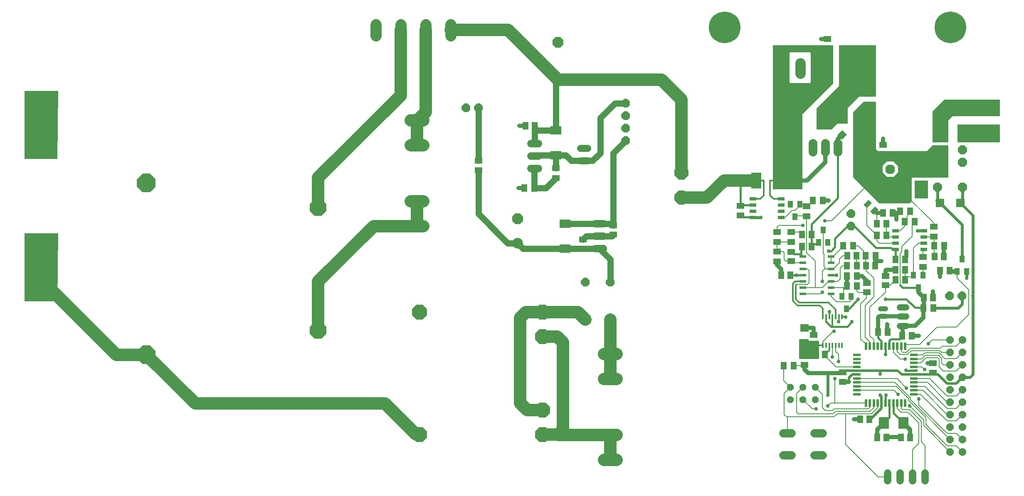
<source format=gbr>
G04 EAGLE Gerber X2 export*
%TF.Part,Single*%
%TF.FileFunction,Copper,L1,Top,Mixed*%
%TF.FilePolarity,Positive*%
%TF.GenerationSoftware,Autodesk,EAGLE,8.6.3*%
%TF.CreationDate,2021-05-18T20:18:47Z*%
G75*
%MOMM*%
%FSLAX34Y34*%
%LPD*%
%AMOC8*
5,1,8,0,0,1.08239X$1,22.5*%
G01*
%ADD10P,2.089446X8X112.500000*%
%ADD11C,1.930400*%
%ADD12R,1.300000X1.500000*%
%ADD13R,1.500000X1.300000*%
%ADD14C,1.000000*%
%ADD15R,1.803000X1.600000*%
%ADD16R,1.000000X1.400000*%
%ADD17R,1.800000X2.200000*%
%ADD18R,2.200000X1.800000*%
%ADD19R,1.422400X0.635000*%
%ADD20C,1.270000*%
%ADD21R,0.304800X0.990600*%
%ADD22P,3.030692X8X202.500000*%
%ADD23R,2.000000X2.400000*%
%ADD24R,1.600000X1.300000*%
%ADD25R,1.300000X1.600000*%
%ADD26C,1.676400*%
%ADD27R,0.500000X1.500000*%
%ADD28R,1.500000X0.500000*%
%ADD29R,1.400000X0.600000*%
%ADD30C,1.524000*%
%ADD31C,1.778000*%
%ADD32C,2.095500*%
%ADD33R,1.300000X1.400000*%
%ADD34R,1.066800X3.352800*%
%ADD35P,1.948302X8X202.500000*%
%ADD36R,1.800000X1.700000*%
%ADD37P,1.924489X8X112.500000*%
%ADD38P,1.924489X8X22.500000*%
%ADD39C,6.451600*%
%ADD40P,1.649562X8X112.500000*%
%ADD41P,1.484606X8X202.500000*%
%ADD42P,3.247170X8X22.500000*%
%ADD43P,1.924489X8X202.500000*%
%ADD44P,4.123906X8X22.500000*%
%ADD45P,3.680126X8X22.500000*%
%ADD46C,2.247900*%
%ADD47C,2.540000*%
%ADD48C,2.184400*%
%ADD49P,2.364373X8X202.500000*%
%ADD50C,1.422400*%
%ADD51C,2.300000*%
%ADD52R,2.000000X3.200000*%
%ADD53C,0.406400*%
%ADD54C,0.756400*%
%ADD55C,0.609600*%
%ADD56C,0.812800*%
%ADD57C,0.304800*%
%ADD58C,0.203200*%
%ADD59C,0.508000*%
%ADD60C,0.127000*%

G36*
X1649470Y620543D02*
X1649470Y620543D01*
X1649529Y620541D01*
X1649610Y620563D01*
X1649694Y620575D01*
X1649747Y620599D01*
X1649804Y620613D01*
X1649876Y620656D01*
X1649953Y620691D01*
X1649998Y620729D01*
X1650048Y620759D01*
X1650106Y620820D01*
X1650170Y620875D01*
X1650203Y620923D01*
X1650243Y620966D01*
X1650281Y621041D01*
X1650328Y621111D01*
X1650346Y621167D01*
X1650372Y621219D01*
X1650384Y621287D01*
X1650414Y621382D01*
X1650416Y621482D01*
X1650428Y621550D01*
X1650428Y773530D01*
X1712043Y835145D01*
X1712095Y835214D01*
X1712155Y835278D01*
X1712181Y835328D01*
X1712214Y835372D01*
X1712245Y835454D01*
X1712285Y835531D01*
X1712293Y835579D01*
X1712315Y835637D01*
X1712327Y835785D01*
X1712340Y835863D01*
X1712340Y913650D01*
X1712332Y913708D01*
X1712334Y913766D01*
X1712312Y913848D01*
X1712300Y913932D01*
X1712277Y913985D01*
X1712262Y914041D01*
X1712219Y914114D01*
X1712184Y914191D01*
X1712146Y914236D01*
X1712117Y914286D01*
X1712055Y914344D01*
X1712001Y914408D01*
X1711952Y914440D01*
X1711909Y914480D01*
X1711834Y914519D01*
X1711764Y914566D01*
X1711708Y914583D01*
X1711656Y914610D01*
X1711588Y914621D01*
X1711493Y914651D01*
X1711393Y914654D01*
X1711325Y914665D01*
X1590900Y914665D01*
X1590842Y914657D01*
X1590784Y914659D01*
X1590702Y914637D01*
X1590619Y914625D01*
X1590565Y914602D01*
X1590509Y914587D01*
X1590436Y914544D01*
X1590359Y914509D01*
X1590314Y914471D01*
X1590264Y914442D01*
X1590206Y914380D01*
X1590142Y914326D01*
X1590110Y914277D01*
X1590070Y914234D01*
X1590031Y914159D01*
X1589985Y914089D01*
X1589967Y914033D01*
X1589940Y913981D01*
X1589929Y913913D01*
X1589899Y913818D01*
X1589896Y913718D01*
X1589885Y913650D01*
X1589885Y621550D01*
X1589893Y621492D01*
X1589891Y621434D01*
X1589913Y621352D01*
X1589925Y621269D01*
X1589949Y621215D01*
X1589963Y621159D01*
X1590006Y621086D01*
X1590041Y621009D01*
X1590079Y620964D01*
X1590109Y620914D01*
X1590170Y620856D01*
X1590225Y620792D01*
X1590273Y620760D01*
X1590316Y620720D01*
X1590391Y620681D01*
X1590461Y620635D01*
X1590517Y620617D01*
X1590569Y620590D01*
X1590637Y620579D01*
X1590732Y620549D01*
X1590832Y620546D01*
X1590900Y620535D01*
X1649413Y620535D01*
X1649470Y620543D01*
G37*
G36*
X1868574Y591972D02*
X1868574Y591972D01*
X1868662Y591975D01*
X1868714Y591992D01*
X1868769Y592000D01*
X1868849Y592035D01*
X1868932Y592062D01*
X1868971Y592090D01*
X1869028Y592116D01*
X1869142Y592212D01*
X1869205Y592257D01*
X1872380Y595432D01*
X1872433Y595502D01*
X1872493Y595566D01*
X1872518Y595615D01*
X1872551Y595659D01*
X1872582Y595741D01*
X1872622Y595819D01*
X1872630Y595867D01*
X1872653Y595925D01*
X1872665Y596073D01*
X1872678Y596150D01*
X1872678Y644347D01*
X1946275Y644347D01*
X1946333Y644355D01*
X1946391Y644354D01*
X1946473Y644375D01*
X1946557Y644387D01*
X1946610Y644411D01*
X1946666Y644426D01*
X1946739Y644469D01*
X1946816Y644503D01*
X1946861Y644541D01*
X1946911Y644571D01*
X1946969Y644633D01*
X1947033Y644687D01*
X1947065Y644736D01*
X1947105Y644778D01*
X1947144Y644853D01*
X1947191Y644924D01*
X1947208Y644979D01*
X1947235Y645031D01*
X1947246Y645099D01*
X1947276Y645195D01*
X1947279Y645294D01*
X1947290Y645363D01*
X1947290Y708863D01*
X1947282Y708920D01*
X1947284Y708979D01*
X1947262Y709060D01*
X1947250Y709144D01*
X1947227Y709197D01*
X1947212Y709254D01*
X1947169Y709326D01*
X1947134Y709403D01*
X1947096Y709448D01*
X1947067Y709498D01*
X1947005Y709556D01*
X1946951Y709620D01*
X1946902Y709653D01*
X1946859Y709693D01*
X1946784Y709731D01*
X1946714Y709778D01*
X1946658Y709796D01*
X1946606Y709822D01*
X1946538Y709834D01*
X1946443Y709864D01*
X1946343Y709866D01*
X1946275Y709878D01*
X1914525Y709878D01*
X1914438Y709866D01*
X1914351Y709863D01*
X1914298Y709846D01*
X1914244Y709838D01*
X1914164Y709802D01*
X1914080Y709775D01*
X1914041Y709747D01*
X1913984Y709722D01*
X1913871Y709626D01*
X1913807Y709580D01*
X1902992Y698765D01*
X1823713Y698765D01*
X1823682Y698761D01*
X1823651Y698763D01*
X1823575Y698746D01*
X1823431Y698725D01*
X1823372Y698699D01*
X1823324Y698688D01*
X1823225Y698647D01*
X1805800Y698647D01*
X1805701Y698688D01*
X1805671Y698696D01*
X1805643Y698710D01*
X1805566Y698723D01*
X1805426Y698759D01*
X1805361Y698757D01*
X1805312Y698765D01*
X1803821Y698765D01*
X1799653Y702933D01*
X1799653Y797763D01*
X1799645Y797820D01*
X1799646Y797879D01*
X1799625Y797960D01*
X1799613Y798044D01*
X1799589Y798097D01*
X1799574Y798154D01*
X1799531Y798226D01*
X1799497Y798303D01*
X1799459Y798348D01*
X1799429Y798398D01*
X1799367Y798456D01*
X1799313Y798520D01*
X1799264Y798553D01*
X1799222Y798593D01*
X1799147Y798631D01*
X1799076Y798678D01*
X1799021Y798696D01*
X1798969Y798722D01*
X1798901Y798734D01*
X1798805Y798764D01*
X1798706Y798766D01*
X1798638Y798778D01*
X1774825Y798778D01*
X1774738Y798766D01*
X1774651Y798763D01*
X1774598Y798746D01*
X1774544Y798738D01*
X1774464Y798702D01*
X1774380Y798675D01*
X1774341Y798647D01*
X1774284Y798622D01*
X1774171Y798526D01*
X1774107Y798480D01*
X1753470Y777843D01*
X1753417Y777773D01*
X1753357Y777709D01*
X1753332Y777660D01*
X1753299Y777616D01*
X1753268Y777534D01*
X1753228Y777456D01*
X1753220Y777409D01*
X1753198Y777350D01*
X1753185Y777202D01*
X1753172Y777125D01*
X1753172Y645363D01*
X1753185Y645276D01*
X1753187Y645188D01*
X1753204Y645136D01*
X1753212Y645081D01*
X1753248Y645001D01*
X1753275Y644918D01*
X1753303Y644879D01*
X1753328Y644822D01*
X1753424Y644708D01*
X1753470Y644645D01*
X1805857Y592257D01*
X1805927Y592205D01*
X1805991Y592145D01*
X1806040Y592119D01*
X1806084Y592086D01*
X1806166Y592055D01*
X1806244Y592015D01*
X1806292Y592007D01*
X1806350Y591985D01*
X1806498Y591973D01*
X1806575Y591960D01*
X1868488Y591960D01*
X1868574Y591972D01*
G37*
G36*
X1709824Y742785D02*
X1709824Y742785D01*
X1709912Y742787D01*
X1709964Y742804D01*
X1710019Y742812D01*
X1710099Y742848D01*
X1710182Y742875D01*
X1710221Y742903D01*
X1710278Y742928D01*
X1710392Y743024D01*
X1710455Y743070D01*
X1721271Y753885D01*
X1741488Y753885D01*
X1741545Y753893D01*
X1741604Y753891D01*
X1741685Y753913D01*
X1741769Y753925D01*
X1741822Y753949D01*
X1741879Y753963D01*
X1741951Y754006D01*
X1742028Y754041D01*
X1742073Y754079D01*
X1742123Y754109D01*
X1742181Y754170D01*
X1742245Y754225D01*
X1742278Y754273D01*
X1742318Y754316D01*
X1742356Y754391D01*
X1742403Y754461D01*
X1742421Y754517D01*
X1742447Y754569D01*
X1742459Y754637D01*
X1742489Y754732D01*
X1742491Y754832D01*
X1742503Y754900D01*
X1742503Y786230D01*
X1765721Y809447D01*
X1798638Y809447D01*
X1798695Y809455D01*
X1798754Y809454D01*
X1798835Y809475D01*
X1798919Y809487D01*
X1798972Y809511D01*
X1799029Y809526D01*
X1799101Y809569D01*
X1799178Y809603D01*
X1799223Y809641D01*
X1799273Y809671D01*
X1799331Y809733D01*
X1799395Y809787D01*
X1799428Y809836D01*
X1799468Y809878D01*
X1799506Y809953D01*
X1799553Y810024D01*
X1799571Y810079D01*
X1799597Y810131D01*
X1799609Y810199D01*
X1799639Y810295D01*
X1799641Y810394D01*
X1799653Y810463D01*
X1799653Y913650D01*
X1799645Y913708D01*
X1799646Y913766D01*
X1799625Y913848D01*
X1799613Y913932D01*
X1799589Y913985D01*
X1799574Y914041D01*
X1799531Y914114D01*
X1799497Y914191D01*
X1799459Y914236D01*
X1799429Y914286D01*
X1799367Y914344D01*
X1799313Y914408D01*
X1799264Y914440D01*
X1799222Y914480D01*
X1799147Y914519D01*
X1799076Y914566D01*
X1799021Y914583D01*
X1798969Y914610D01*
X1798901Y914621D01*
X1798805Y914651D01*
X1798706Y914654D01*
X1798638Y914665D01*
X1725613Y914665D01*
X1725555Y914657D01*
X1725496Y914659D01*
X1725415Y914637D01*
X1725331Y914625D01*
X1725278Y914602D01*
X1725221Y914587D01*
X1725149Y914544D01*
X1725072Y914509D01*
X1725027Y914471D01*
X1724977Y914442D01*
X1724919Y914380D01*
X1724855Y914326D01*
X1724822Y914277D01*
X1724782Y914234D01*
X1724744Y914159D01*
X1724697Y914089D01*
X1724679Y914033D01*
X1724653Y913981D01*
X1724641Y913913D01*
X1724611Y913818D01*
X1724609Y913718D01*
X1724597Y913650D01*
X1724597Y831521D01*
X1678857Y785780D01*
X1678805Y785711D01*
X1678745Y785647D01*
X1678719Y785597D01*
X1678686Y785553D01*
X1678655Y785472D01*
X1678615Y785394D01*
X1678607Y785346D01*
X1678585Y785288D01*
X1678573Y785140D01*
X1678560Y785063D01*
X1678560Y743788D01*
X1678568Y743730D01*
X1678566Y743671D01*
X1678588Y743590D01*
X1678600Y743506D01*
X1678624Y743453D01*
X1678638Y743396D01*
X1678681Y743324D01*
X1678716Y743247D01*
X1678754Y743202D01*
X1678784Y743152D01*
X1678845Y743094D01*
X1678900Y743030D01*
X1678948Y742997D01*
X1678991Y742957D01*
X1679066Y742919D01*
X1679136Y742872D01*
X1679192Y742854D01*
X1679244Y742828D01*
X1679312Y742816D01*
X1679407Y742786D01*
X1679507Y742784D01*
X1679575Y742772D01*
X1709738Y742772D01*
X1709824Y742785D01*
G37*
G36*
X131815Y682455D02*
X131815Y682455D01*
X131867Y682453D01*
X131955Y682474D01*
X132044Y682487D01*
X132092Y682509D01*
X132143Y682521D01*
X132221Y682566D01*
X132303Y682603D01*
X132344Y682637D01*
X132389Y682664D01*
X132452Y682729D01*
X132520Y682787D01*
X132550Y682831D01*
X132586Y682869D01*
X132628Y682948D01*
X132678Y683024D01*
X132694Y683074D01*
X132718Y683120D01*
X132731Y683192D01*
X132764Y683295D01*
X132766Y683386D01*
X132778Y683451D01*
X134365Y819976D01*
X134357Y820040D01*
X134359Y820104D01*
X134339Y820180D01*
X134329Y820258D01*
X134303Y820317D01*
X134287Y820379D01*
X134247Y820446D01*
X134215Y820518D01*
X134174Y820568D01*
X134142Y820623D01*
X134084Y820677D01*
X134034Y820738D01*
X133981Y820774D01*
X133934Y820818D01*
X133864Y820854D01*
X133800Y820898D01*
X133738Y820918D01*
X133681Y820947D01*
X133617Y820958D01*
X133529Y820987D01*
X133421Y820991D01*
X133350Y821003D01*
X66675Y821003D01*
X66617Y820995D01*
X66559Y820996D01*
X66477Y820975D01*
X66394Y820963D01*
X66340Y820939D01*
X66284Y820924D01*
X66211Y820881D01*
X66134Y820847D01*
X66089Y820809D01*
X66039Y820779D01*
X65981Y820717D01*
X65917Y820663D01*
X65885Y820614D01*
X65845Y820572D01*
X65806Y820497D01*
X65760Y820426D01*
X65742Y820371D01*
X65715Y820319D01*
X65704Y820251D01*
X65674Y820155D01*
X65671Y820056D01*
X65660Y819988D01*
X65660Y683463D01*
X65668Y683405D01*
X65666Y683346D01*
X65688Y683265D01*
X65700Y683181D01*
X65724Y683128D01*
X65738Y683071D01*
X65781Y682999D01*
X65816Y682922D01*
X65854Y682877D01*
X65884Y682827D01*
X65945Y682769D01*
X66000Y682705D01*
X66048Y682672D01*
X66091Y682632D01*
X66166Y682594D01*
X66236Y682547D01*
X66292Y682529D01*
X66344Y682503D01*
X66412Y682491D01*
X66507Y682461D01*
X66607Y682459D01*
X66675Y682447D01*
X131763Y682447D01*
X131815Y682455D01*
G37*
G36*
X131815Y391942D02*
X131815Y391942D01*
X131867Y391940D01*
X131955Y391962D01*
X132044Y391975D01*
X132092Y391996D01*
X132143Y392009D01*
X132221Y392054D01*
X132303Y392091D01*
X132344Y392125D01*
X132389Y392151D01*
X132452Y392216D01*
X132520Y392275D01*
X132550Y392318D01*
X132586Y392356D01*
X132628Y392436D01*
X132678Y392511D01*
X132694Y392561D01*
X132718Y392608D01*
X132731Y392679D01*
X132764Y392782D01*
X132766Y392874D01*
X132778Y392938D01*
X134365Y529463D01*
X134357Y529527D01*
X134359Y529591D01*
X134339Y529667D01*
X134329Y529745D01*
X134303Y529804D01*
X134287Y529866D01*
X134247Y529934D01*
X134215Y530006D01*
X134174Y530055D01*
X134142Y530111D01*
X134084Y530165D01*
X134034Y530225D01*
X133981Y530261D01*
X133934Y530305D01*
X133864Y530341D01*
X133800Y530385D01*
X133738Y530405D01*
X133681Y530435D01*
X133617Y530446D01*
X133529Y530474D01*
X133421Y530478D01*
X133350Y530490D01*
X66675Y530490D01*
X66617Y530482D01*
X66559Y530484D01*
X66477Y530462D01*
X66394Y530450D01*
X66340Y530427D01*
X66284Y530412D01*
X66211Y530369D01*
X66134Y530334D01*
X66089Y530296D01*
X66039Y530267D01*
X65981Y530205D01*
X65917Y530151D01*
X65885Y530102D01*
X65845Y530059D01*
X65806Y529984D01*
X65760Y529914D01*
X65742Y529858D01*
X65715Y529806D01*
X65704Y529738D01*
X65674Y529643D01*
X65671Y529543D01*
X65660Y529475D01*
X65660Y392950D01*
X65668Y392892D01*
X65666Y392834D01*
X65688Y392752D01*
X65700Y392669D01*
X65724Y392615D01*
X65738Y392559D01*
X65781Y392486D01*
X65816Y392409D01*
X65854Y392364D01*
X65884Y392314D01*
X65945Y392256D01*
X66000Y392192D01*
X66048Y392160D01*
X66091Y392120D01*
X66166Y392081D01*
X66236Y392035D01*
X66292Y392017D01*
X66344Y391990D01*
X66412Y391979D01*
X66507Y391949D01*
X66607Y391946D01*
X66675Y391935D01*
X131763Y391935D01*
X131815Y391942D01*
G37*
G36*
X1946333Y715793D02*
X1946333Y715793D01*
X1946391Y715791D01*
X1946473Y715813D01*
X1946557Y715825D01*
X1946610Y715849D01*
X1946666Y715863D01*
X1946739Y715906D01*
X1946816Y715941D01*
X1946861Y715979D01*
X1946911Y716009D01*
X1946969Y716070D01*
X1947033Y716125D01*
X1947065Y716173D01*
X1947105Y716216D01*
X1947144Y716291D01*
X1947191Y716361D01*
X1947208Y716417D01*
X1947235Y716469D01*
X1947246Y716537D01*
X1947276Y716632D01*
X1947279Y716732D01*
X1947290Y716800D01*
X1947290Y760830D01*
X1956221Y769760D01*
X2051050Y769760D01*
X2051108Y769768D01*
X2051166Y769766D01*
X2051248Y769788D01*
X2051332Y769800D01*
X2051385Y769824D01*
X2051441Y769838D01*
X2051514Y769881D01*
X2051591Y769916D01*
X2051636Y769954D01*
X2051686Y769984D01*
X2051744Y770045D01*
X2051808Y770100D01*
X2051840Y770148D01*
X2051880Y770191D01*
X2051919Y770266D01*
X2051966Y770336D01*
X2051983Y770392D01*
X2052010Y770444D01*
X2052021Y770512D01*
X2052051Y770607D01*
X2052054Y770707D01*
X2052065Y770775D01*
X2052065Y802525D01*
X2052057Y802583D01*
X2052059Y802641D01*
X2052037Y802723D01*
X2052025Y802807D01*
X2052002Y802860D01*
X2051987Y802916D01*
X2051944Y802989D01*
X2051909Y803066D01*
X2051871Y803111D01*
X2051842Y803161D01*
X2051780Y803219D01*
X2051726Y803283D01*
X2051677Y803315D01*
X2051634Y803355D01*
X2051559Y803394D01*
X2051489Y803441D01*
X2051433Y803458D01*
X2051381Y803485D01*
X2051313Y803496D01*
X2051218Y803526D01*
X2051118Y803529D01*
X2051050Y803540D01*
X1939925Y803540D01*
X1939838Y803528D01*
X1939751Y803525D01*
X1939698Y803508D01*
X1939644Y803500D01*
X1939564Y803465D01*
X1939480Y803438D01*
X1939441Y803410D01*
X1939384Y803384D01*
X1939271Y803288D01*
X1939207Y803243D01*
X1915395Y779430D01*
X1915383Y779415D01*
X1915372Y779406D01*
X1915343Y779362D01*
X1915342Y779361D01*
X1915282Y779297D01*
X1915257Y779247D01*
X1915224Y779203D01*
X1915193Y779122D01*
X1915153Y779044D01*
X1915145Y778996D01*
X1915123Y778938D01*
X1915110Y778790D01*
X1915097Y778713D01*
X1915097Y716800D01*
X1915105Y716742D01*
X1915104Y716684D01*
X1915125Y716602D01*
X1915137Y716519D01*
X1915161Y716465D01*
X1915176Y716409D01*
X1915219Y716336D01*
X1915253Y716259D01*
X1915291Y716214D01*
X1915321Y716164D01*
X1915383Y716106D01*
X1915437Y716042D01*
X1915486Y716010D01*
X1915528Y715970D01*
X1915603Y715931D01*
X1915674Y715885D01*
X1915729Y715867D01*
X1915781Y715840D01*
X1915849Y715829D01*
X1915945Y715799D01*
X1916044Y715796D01*
X1916113Y715785D01*
X1946275Y715785D01*
X1946333Y715793D01*
G37*
G36*
X2051108Y715793D02*
X2051108Y715793D01*
X2051166Y715791D01*
X2051248Y715813D01*
X2051332Y715825D01*
X2051385Y715849D01*
X2051441Y715863D01*
X2051514Y715906D01*
X2051591Y715941D01*
X2051636Y715979D01*
X2051686Y716009D01*
X2051744Y716070D01*
X2051808Y716125D01*
X2051840Y716173D01*
X2051880Y716216D01*
X2051919Y716291D01*
X2051966Y716361D01*
X2051983Y716417D01*
X2052010Y716469D01*
X2052021Y716537D01*
X2052051Y716632D01*
X2052054Y716732D01*
X2052065Y716800D01*
X2052065Y751725D01*
X2052057Y751783D01*
X2052059Y751841D01*
X2052037Y751923D01*
X2052025Y752007D01*
X2052002Y752060D01*
X2051987Y752116D01*
X2051944Y752189D01*
X2051909Y752266D01*
X2051871Y752311D01*
X2051842Y752361D01*
X2051780Y752419D01*
X2051726Y752483D01*
X2051677Y752515D01*
X2051634Y752555D01*
X2051559Y752594D01*
X2051489Y752641D01*
X2051433Y752658D01*
X2051381Y752685D01*
X2051313Y752696D01*
X2051218Y752726D01*
X2051118Y752729D01*
X2051050Y752740D01*
X1966913Y752740D01*
X1966855Y752732D01*
X1966796Y752734D01*
X1966715Y752712D01*
X1966631Y752700D01*
X1966578Y752677D01*
X1966521Y752662D01*
X1966449Y752619D01*
X1966372Y752584D01*
X1966327Y752546D01*
X1966277Y752517D01*
X1966219Y752455D01*
X1966155Y752401D01*
X1966122Y752352D01*
X1966082Y752309D01*
X1966044Y752234D01*
X1965997Y752164D01*
X1965979Y752108D01*
X1965953Y752056D01*
X1965941Y751988D01*
X1965911Y751893D01*
X1965909Y751793D01*
X1965897Y751725D01*
X1965897Y716800D01*
X1965905Y716742D01*
X1965904Y716684D01*
X1965925Y716602D01*
X1965937Y716519D01*
X1965961Y716465D01*
X1965976Y716409D01*
X1966019Y716336D01*
X1966053Y716259D01*
X1966091Y716214D01*
X1966121Y716164D01*
X1966183Y716106D01*
X1966237Y716042D01*
X1966286Y716010D01*
X1966328Y715970D01*
X1966403Y715931D01*
X1966474Y715885D01*
X1966529Y715867D01*
X1966581Y715840D01*
X1966649Y715829D01*
X1966745Y715799D01*
X1966844Y715796D01*
X1966913Y715785D01*
X2051050Y715785D01*
X2051108Y715793D01*
G37*
%LPC*%
G36*
X1625714Y837068D02*
X1625714Y837068D01*
X1623631Y839152D01*
X1623631Y897661D01*
X1625714Y899744D01*
X1665173Y899744D01*
X1667257Y897661D01*
X1667257Y839152D01*
X1665173Y837068D01*
X1625714Y837068D01*
G37*
%LPD*%
G36*
X1682808Y274468D02*
X1682808Y274468D01*
X1682866Y274466D01*
X1682948Y274488D01*
X1683032Y274500D01*
X1683085Y274524D01*
X1683141Y274538D01*
X1683214Y274581D01*
X1683291Y274616D01*
X1683336Y274654D01*
X1683386Y274684D01*
X1683444Y274745D01*
X1683508Y274800D01*
X1683540Y274848D01*
X1683580Y274891D01*
X1683619Y274966D01*
X1683666Y275036D01*
X1683683Y275092D01*
X1683710Y275144D01*
X1683721Y275212D01*
X1683751Y275307D01*
X1683754Y275407D01*
X1683765Y275475D01*
X1683765Y310400D01*
X1683757Y310458D01*
X1683759Y310516D01*
X1683737Y310598D01*
X1683725Y310682D01*
X1683702Y310735D01*
X1683687Y310791D01*
X1683644Y310864D01*
X1683609Y310941D01*
X1683571Y310986D01*
X1683542Y311036D01*
X1683480Y311094D01*
X1683426Y311158D01*
X1683377Y311190D01*
X1683334Y311230D01*
X1683259Y311269D01*
X1683189Y311316D01*
X1683133Y311333D01*
X1683081Y311360D01*
X1683013Y311371D01*
X1682918Y311401D01*
X1682818Y311404D01*
X1682750Y311415D01*
X1663128Y311415D01*
X1663128Y313575D01*
X1663120Y313633D01*
X1663121Y313691D01*
X1663100Y313773D01*
X1663088Y313857D01*
X1663064Y313910D01*
X1663049Y313966D01*
X1663006Y314039D01*
X1662972Y314116D01*
X1662934Y314161D01*
X1662904Y314211D01*
X1662842Y314269D01*
X1662788Y314333D01*
X1662739Y314365D01*
X1662697Y314405D01*
X1662622Y314444D01*
X1662551Y314491D01*
X1662496Y314508D01*
X1662444Y314535D01*
X1662376Y314546D01*
X1662280Y314576D01*
X1662181Y314579D01*
X1662113Y314590D01*
X1644650Y314590D01*
X1644592Y314582D01*
X1644534Y314584D01*
X1644452Y314562D01*
X1644369Y314550D01*
X1644315Y314527D01*
X1644259Y314512D01*
X1644186Y314469D01*
X1644109Y314434D01*
X1644064Y314396D01*
X1644014Y314367D01*
X1643956Y314305D01*
X1643892Y314251D01*
X1643860Y314202D01*
X1643820Y314159D01*
X1643781Y314084D01*
X1643735Y314014D01*
X1643717Y313958D01*
X1643690Y313906D01*
X1643679Y313838D01*
X1643649Y313743D01*
X1643646Y313643D01*
X1643635Y313575D01*
X1643635Y275475D01*
X1643643Y275417D01*
X1643641Y275359D01*
X1643663Y275277D01*
X1643675Y275194D01*
X1643699Y275140D01*
X1643713Y275084D01*
X1643756Y275011D01*
X1643791Y274934D01*
X1643829Y274889D01*
X1643859Y274839D01*
X1643920Y274781D01*
X1643975Y274717D01*
X1644023Y274685D01*
X1644066Y274645D01*
X1644141Y274606D01*
X1644211Y274560D01*
X1644267Y274542D01*
X1644319Y274515D01*
X1644387Y274504D01*
X1644482Y274474D01*
X1644582Y274471D01*
X1644650Y274460D01*
X1682750Y274460D01*
X1682808Y274468D01*
G37*
G36*
X1905058Y601493D02*
X1905058Y601493D01*
X1905116Y601491D01*
X1905198Y601513D01*
X1905282Y601525D01*
X1905335Y601549D01*
X1905391Y601563D01*
X1905464Y601606D01*
X1905541Y601641D01*
X1905586Y601679D01*
X1905636Y601709D01*
X1905694Y601770D01*
X1905758Y601825D01*
X1905790Y601873D01*
X1905830Y601916D01*
X1905869Y601991D01*
X1905916Y602061D01*
X1905933Y602117D01*
X1905960Y602169D01*
X1905971Y602237D01*
X1906001Y602332D01*
X1906004Y602432D01*
X1906015Y602500D01*
X1906015Y637425D01*
X1906007Y637483D01*
X1906009Y637541D01*
X1905987Y637623D01*
X1905975Y637707D01*
X1905952Y637760D01*
X1905937Y637816D01*
X1905894Y637889D01*
X1905859Y637966D01*
X1905821Y638011D01*
X1905792Y638061D01*
X1905730Y638119D01*
X1905676Y638183D01*
X1905627Y638215D01*
X1905584Y638255D01*
X1905509Y638294D01*
X1905439Y638341D01*
X1905383Y638358D01*
X1905331Y638385D01*
X1905263Y638396D01*
X1905168Y638426D01*
X1905068Y638429D01*
X1905000Y638440D01*
X1879600Y638440D01*
X1879542Y638432D01*
X1879484Y638434D01*
X1879402Y638412D01*
X1879319Y638400D01*
X1879265Y638377D01*
X1879209Y638362D01*
X1879136Y638319D01*
X1879059Y638284D01*
X1879014Y638246D01*
X1878964Y638217D01*
X1878906Y638155D01*
X1878842Y638101D01*
X1878810Y638052D01*
X1878770Y638009D01*
X1878731Y637934D01*
X1878685Y637864D01*
X1878667Y637808D01*
X1878640Y637756D01*
X1878629Y637688D01*
X1878599Y637593D01*
X1878596Y637493D01*
X1878585Y637425D01*
X1878585Y602500D01*
X1878593Y602442D01*
X1878591Y602384D01*
X1878613Y602302D01*
X1878625Y602219D01*
X1878649Y602165D01*
X1878663Y602109D01*
X1878706Y602036D01*
X1878741Y601959D01*
X1878779Y601914D01*
X1878809Y601864D01*
X1878870Y601806D01*
X1878925Y601742D01*
X1878973Y601710D01*
X1879016Y601670D01*
X1879091Y601631D01*
X1879161Y601585D01*
X1879217Y601567D01*
X1879269Y601540D01*
X1879337Y601529D01*
X1879432Y601499D01*
X1879532Y601496D01*
X1879600Y601485D01*
X1905000Y601485D01*
X1905058Y601493D01*
G37*
%LPC*%
G36*
X1822277Y645806D02*
X1822277Y645806D01*
X1813051Y655032D01*
X1813051Y668078D01*
X1822277Y677304D01*
X1835323Y677304D01*
X1844549Y668078D01*
X1844549Y655032D01*
X1835323Y645806D01*
X1822277Y645806D01*
G37*
%LPD*%
D10*
X1828800Y661555D03*
D11*
X1828800Y625995D03*
D12*
X1649413Y527888D03*
X1668463Y527888D03*
D13*
X1627188Y473913D03*
X1627188Y492963D03*
D12*
X1760538Y485025D03*
X1741488Y485025D03*
X1821259Y113947D03*
X1802209Y113947D03*
X1850628Y113947D03*
X1869678Y113947D03*
X1804194Y329450D03*
X1823244Y329450D03*
X1897063Y399300D03*
X1916113Y399300D03*
D14*
X1819513Y361638D02*
X1809513Y361638D01*
X1809513Y376638D02*
X1819513Y376638D01*
D13*
X1673225Y304050D03*
X1673225Y323100D03*
D15*
X1654175Y337388D03*
X1654175Y305638D03*
D12*
X1919288Y483438D03*
X1938338Y483438D03*
X1839913Y477088D03*
X1858963Y477088D03*
D13*
X1819275Y424700D03*
X1819275Y443750D03*
X1781175Y410413D03*
X1781175Y429463D03*
D12*
X1779588Y464388D03*
X1798638Y464388D03*
D13*
X1524000Y567575D03*
X1524000Y586625D03*
X1701050Y908050D03*
X1701050Y927100D03*
D12*
X1625600Y445338D03*
X1606550Y445338D03*
D13*
X1814513Y692194D03*
X1814513Y711244D03*
D16*
X1635125Y564400D03*
X1625600Y589800D03*
X1644650Y589800D03*
D17*
X1638200Y754900D03*
X1689200Y754900D03*
D18*
X1892300Y670863D03*
X1892300Y619863D03*
D16*
X1692275Y537413D03*
X1701800Y512013D03*
X1682750Y512013D03*
D19*
X1606550Y600913D03*
X1606550Y588213D03*
X1606550Y575513D03*
X1606550Y562813D03*
X1549400Y600913D03*
X1549400Y588213D03*
X1549400Y575513D03*
X1549400Y562813D03*
D20*
X1847850Y361200D02*
X1860550Y361200D01*
X1860550Y380250D02*
X1847850Y380250D01*
X1847850Y342150D02*
X1860550Y342150D01*
D21*
X1691825Y301860D03*
X1698325Y301860D03*
X1704825Y301860D03*
X1711325Y301860D03*
X1717825Y301860D03*
X1724325Y301860D03*
X1730825Y301860D03*
X1730825Y360216D03*
X1724325Y360216D03*
X1717825Y360216D03*
X1711325Y360216D03*
X1704825Y360216D03*
X1698325Y360216D03*
X1691825Y360216D03*
D19*
X1839913Y497725D03*
X1839913Y510425D03*
X1839913Y523125D03*
X1839913Y535825D03*
X1897063Y497725D03*
X1897063Y510425D03*
X1897063Y523125D03*
X1897063Y535825D03*
D22*
X2035175Y735850D03*
X2035175Y786650D03*
D23*
X1855944Y144109D03*
X1815944Y144109D03*
D24*
X1627188Y533125D03*
X1627188Y513125D03*
D25*
X1761013Y464388D03*
X1741013Y464388D03*
X1632028Y260791D03*
X1612028Y260791D03*
D24*
X1917700Y544238D03*
X1917700Y524238D03*
D25*
X1918813Y505663D03*
X1938813Y505663D03*
X1859438Y456450D03*
X1839438Y456450D03*
X1859438Y435813D03*
X1839438Y435813D03*
X1741013Y443750D03*
X1761013Y443750D03*
X1741013Y423113D03*
X1761013Y423113D03*
X1733075Y505663D03*
X1753075Y505663D03*
X1779113Y485025D03*
X1799113Y485025D03*
X1691163Y597738D03*
X1671163Y597738D03*
D24*
X1658938Y585513D03*
X1658938Y565513D03*
D25*
X1668938Y504075D03*
X1648938Y504075D03*
D24*
X1598613Y533125D03*
X1598613Y513125D03*
X1598613Y493438D03*
X1598613Y473438D03*
D16*
X1885950Y419938D03*
X1876425Y445338D03*
X1895475Y445338D03*
X1739900Y377075D03*
X1730375Y402475D03*
X1749425Y402475D03*
D26*
X1627632Y122281D02*
X1610868Y122281D01*
X1674368Y122281D02*
X1691132Y122281D01*
X1627632Y77831D02*
X1610868Y77831D01*
X1674368Y77831D02*
X1691132Y77831D01*
D27*
X1779275Y184534D03*
X1787275Y184534D03*
X1795275Y184534D03*
X1803275Y184534D03*
X1811275Y184534D03*
X1819275Y184534D03*
X1827275Y184534D03*
X1835275Y184534D03*
X1843275Y184534D03*
X1851275Y184534D03*
X1859275Y184534D03*
D28*
X1877275Y202534D03*
X1877275Y210534D03*
X1877275Y218534D03*
X1877275Y226534D03*
X1877275Y234534D03*
X1877275Y242534D03*
X1877275Y250534D03*
X1877275Y258534D03*
X1877275Y266534D03*
X1877275Y274534D03*
X1877275Y282534D03*
D27*
X1859275Y300534D03*
X1851275Y300534D03*
X1843275Y300534D03*
X1835275Y300534D03*
X1827275Y300534D03*
X1819275Y300534D03*
X1811275Y300534D03*
X1803275Y300534D03*
X1795275Y300534D03*
X1787275Y300534D03*
X1779275Y300534D03*
D28*
X1761275Y282534D03*
X1761275Y274534D03*
X1761275Y266534D03*
X1761275Y258534D03*
X1761275Y250534D03*
X1761275Y242534D03*
X1761275Y234534D03*
X1761275Y226534D03*
X1761275Y218534D03*
X1761275Y210534D03*
X1761275Y202534D03*
D12*
X1786731Y151253D03*
X1767681Y151253D03*
D13*
X1916113Y246503D03*
X1916113Y265553D03*
X1731963Y246900D03*
X1731963Y227850D03*
D12*
X1853406Y321513D03*
X1872456Y321513D03*
D29*
X1650575Y483438D03*
X1650575Y470738D03*
X1650575Y458038D03*
X1650575Y445338D03*
X1650575Y432638D03*
X1650575Y419938D03*
X1650575Y407238D03*
X1708575Y407238D03*
X1708575Y419938D03*
X1708575Y432638D03*
X1708575Y445338D03*
X1708575Y458038D03*
X1708575Y470738D03*
X1708575Y483438D03*
D24*
X1895475Y482325D03*
X1895475Y462325D03*
D30*
X1900237Y41795D02*
X1900237Y26555D01*
X1874837Y26555D02*
X1874837Y41795D01*
X1849437Y41795D02*
X1849437Y26555D01*
X1824037Y26555D02*
X1824037Y41795D01*
D31*
X1671638Y696798D02*
X1671638Y714578D01*
X1697038Y714578D02*
X1697038Y696798D01*
X1722438Y696798D02*
X1722438Y714578D01*
D32*
X1645603Y857135D02*
X1645603Y878090D01*
X1700213Y878090D02*
X1700213Y857135D01*
X1754823Y857135D02*
X1754823Y878090D01*
D33*
G36*
X1731456Y741492D02*
X1740648Y732300D01*
X1730750Y722402D01*
X1721558Y731594D01*
X1731456Y741492D01*
G37*
G36*
X1710950Y761998D02*
X1720142Y752806D01*
X1710244Y742908D01*
X1701052Y752100D01*
X1710950Y761998D01*
G37*
D34*
X1717358Y780300D03*
X1778318Y780300D03*
D25*
X1878488Y554875D03*
X1858488Y554875D03*
X1868963Y575513D03*
X1848963Y575513D03*
D12*
X1801813Y526300D03*
X1820863Y526300D03*
D25*
X1801338Y550113D03*
X1821338Y550113D03*
D16*
G36*
X1806204Y593470D02*
X1799133Y600541D01*
X1809032Y610440D01*
X1816103Y603369D01*
X1806204Y593470D01*
G37*
G36*
X1794978Y568775D02*
X1787907Y575846D01*
X1797806Y585745D01*
X1804877Y578674D01*
X1794978Y568775D01*
G37*
G36*
X1781508Y582245D02*
X1774437Y589316D01*
X1784336Y599215D01*
X1791407Y592144D01*
X1781508Y582245D01*
G37*
D25*
X1814038Y572338D03*
X1834038Y572338D03*
D16*
X1974850Y478675D03*
X1984375Y453275D03*
X1965325Y453275D03*
D25*
X1949925Y454863D03*
X1929925Y454863D03*
D35*
X1925638Y675525D03*
X1925638Y624725D03*
X1976438Y624725D03*
X1925638Y700925D03*
X1925638Y726325D03*
X1976438Y675525D03*
X1976438Y700925D03*
X1976438Y726325D03*
D36*
X1971538Y592975D03*
X1930538Y592975D03*
D25*
X1896588Y378663D03*
X1916588Y378663D03*
D37*
X1950200Y403225D03*
X1975600Y403225D03*
D24*
X1654175Y262300D03*
X1654175Y282300D03*
D38*
X1749425Y570750D03*
X1749425Y545350D03*
D25*
X1675925Y283413D03*
X1695925Y283413D03*
D39*
X1951838Y950450D03*
X1491838Y950450D03*
D40*
X1976438Y84975D03*
X1976438Y110375D03*
X1976438Y135775D03*
X1976438Y161175D03*
X1976438Y186575D03*
X1976438Y211975D03*
X1951038Y84975D03*
X1951038Y110375D03*
X1951038Y135775D03*
X1951038Y161175D03*
X1951038Y186575D03*
X1951038Y211975D03*
X1976438Y237375D03*
X1976438Y262775D03*
X1951038Y237375D03*
X1951038Y262775D03*
X1976438Y288175D03*
X1951038Y288175D03*
X1976438Y313575D03*
X1951038Y313575D03*
D41*
X1676400Y216738D03*
X1676400Y191338D03*
X1651000Y216738D03*
X1651000Y191338D03*
X1625600Y216738D03*
X1625600Y191338D03*
D42*
X870625Y119950D03*
X870625Y369950D03*
X1120625Y169950D03*
X1120625Y119950D03*
X1120625Y319950D03*
X1120625Y369950D03*
D43*
X1258888Y354850D03*
X1258888Y431050D03*
D38*
X1208088Y431050D03*
X1208088Y354850D03*
D44*
X313950Y283038D03*
X313950Y633038D03*
D45*
X663950Y583038D03*
X663950Y333038D03*
D46*
X781050Y934161D02*
X781050Y956640D01*
X831850Y956640D02*
X831850Y934161D01*
X882650Y934161D02*
X882650Y956640D01*
X933450Y956640D02*
X933450Y934161D01*
D47*
X877888Y545025D02*
X852488Y545025D01*
X852488Y595825D02*
X877888Y595825D01*
X877888Y710125D02*
X852488Y710125D01*
X852488Y760925D02*
X877888Y760925D01*
X1245850Y68800D02*
X1271250Y68800D01*
X1271250Y119600D02*
X1245850Y119600D01*
X1245850Y233900D02*
X1271250Y233900D01*
X1271250Y284700D02*
X1245850Y284700D01*
D48*
X1152525Y843800D03*
D49*
X1152525Y920000D03*
D30*
X1112520Y662825D02*
X1097280Y662825D01*
X1097280Y688225D02*
X1112520Y688225D01*
X1112520Y713625D02*
X1097280Y713625D01*
D18*
X1147763Y740713D03*
X1147763Y689713D03*
D12*
X1085850Y750138D03*
X1104900Y750138D03*
D24*
X1147763Y663300D03*
X1147763Y643300D03*
D25*
X1103788Y623138D03*
X1083788Y623138D03*
D30*
X1229043Y499313D02*
X1244283Y499313D01*
X1244283Y524713D02*
X1229043Y524713D01*
X1229043Y550113D02*
X1244283Y550113D01*
D13*
X1203325Y499313D03*
X1203325Y518363D03*
X1265238Y546938D03*
X1265238Y527888D03*
D18*
X1166813Y499213D03*
X1166813Y550213D03*
D48*
X1069975Y510825D03*
D49*
X1069975Y560825D03*
D50*
X1197801Y678700D02*
X1212025Y678700D01*
X1212025Y704100D02*
X1197801Y704100D01*
D37*
X965200Y786650D03*
X990600Y786650D03*
D24*
X990600Y679175D03*
X990600Y659175D03*
D43*
X1290638Y719975D03*
X1290638Y745375D03*
X1290638Y770775D03*
X1290638Y796175D03*
D51*
X100013Y788225D02*
X100013Y765225D01*
X100013Y738225D02*
X100013Y715225D01*
X100013Y447713D02*
X100013Y424713D01*
X100013Y474713D02*
X100013Y497713D01*
D52*
X1555975Y638175D03*
X1599975Y638175D03*
D22*
X1403350Y603250D03*
X1403350Y654050D03*
D53*
X1839913Y497725D02*
X1839913Y477088D01*
X1749425Y545350D02*
X1741488Y545350D01*
X1716088Y519950D02*
X1716088Y502488D01*
X1716088Y519950D02*
X1741488Y545350D01*
X1716088Y502488D02*
X1708150Y494550D01*
X1703388Y494550D01*
D54*
X1703388Y494550D03*
X1638300Y445338D03*
D53*
X1650575Y445338D01*
X1638300Y445338D02*
X1625600Y445338D01*
X1833563Y497725D02*
X1839913Y497725D01*
X1830388Y500900D02*
X1800225Y500900D01*
X1830388Y500900D02*
X1833563Y497725D01*
X1755775Y545350D02*
X1749425Y545350D01*
X1755775Y545350D02*
X1800225Y500900D01*
D54*
X1887538Y321513D03*
X1862138Y494550D03*
X1884363Y535825D03*
D55*
X1897063Y535825D01*
D54*
X1773238Y442163D03*
X1719263Y445338D03*
X1822450Y345325D03*
X1916113Y412000D03*
D56*
X1916113Y399300D01*
X1862138Y483438D02*
X1862138Y494550D01*
X1862138Y483438D02*
X1858963Y477088D01*
X1822450Y345325D02*
X1822450Y330244D01*
X1823244Y329450D01*
D54*
X1673225Y337388D03*
D56*
X1673225Y323100D01*
X1673225Y337388D02*
X1654175Y337388D01*
D54*
X1704975Y370725D03*
D56*
X1798638Y464388D02*
X1798638Y473913D01*
X1798638Y484550D01*
X1799113Y485025D01*
X1798638Y485500D01*
D54*
X1811338Y473913D03*
X1841500Y558844D03*
D56*
X1872456Y321513D02*
X1887538Y321513D01*
D54*
X1738313Y359613D03*
D57*
X1737328Y360216D01*
X1730825Y360216D01*
D54*
X1565275Y562813D03*
D55*
X1549400Y562813D01*
D57*
X1704825Y370575D02*
X1704825Y360216D01*
X1704825Y370575D02*
X1704975Y370725D01*
D54*
X1606550Y458038D03*
X1820863Y456450D03*
D56*
X1839438Y456450D01*
X1819275Y454863D02*
X1819275Y443750D01*
X1819275Y454863D02*
X1820863Y456450D01*
D54*
X1938338Y494550D03*
D56*
X1938338Y505188D02*
X1938813Y505663D01*
X1938338Y505188D02*
X1938338Y494550D01*
X1938338Y483438D01*
D54*
X1930400Y442163D03*
D56*
X1930400Y454388D02*
X1929925Y454863D01*
X1930400Y454388D02*
X1930400Y442163D01*
D54*
X1703388Y597738D03*
D56*
X1691163Y597738D01*
X1781175Y434225D02*
X1781175Y429463D01*
X1781175Y434225D02*
X1773238Y442163D01*
X1771650Y443750D02*
X1761013Y443750D01*
X1771650Y443750D02*
X1773238Y442163D01*
X1798638Y473913D02*
X1811338Y473913D01*
X1844675Y572338D02*
X1848963Y575513D01*
X1844675Y572338D02*
X1834038Y572338D01*
X1841500Y571544D02*
X1844675Y572338D01*
X1841500Y571544D02*
X1841500Y558844D01*
D53*
X1719263Y445338D02*
X1708575Y445338D01*
D56*
X1606550Y445338D02*
X1606550Y458038D01*
X1598613Y465975D02*
X1598613Y473438D01*
X1598613Y465975D02*
X1606550Y458038D01*
D53*
X1528013Y563563D02*
X1524000Y567575D01*
X1548650Y563563D02*
X1549400Y562813D01*
X1548650Y563563D02*
X1528013Y563563D01*
D58*
X1628775Y577100D02*
X1635125Y577100D01*
X1628775Y577100D02*
X1614488Y562813D01*
X1606550Y562813D01*
X1671163Y595675D02*
X1671163Y597738D01*
X1661000Y585513D02*
X1658938Y585513D01*
X1661000Y585513D02*
X1671163Y595675D01*
X1658938Y585513D02*
X1654650Y589800D01*
X1644650Y589800D01*
X1644650Y586625D01*
X1635125Y577100D01*
X1650575Y419938D02*
X1676400Y419938D01*
X1690688Y419938D01*
X1731963Y464388D02*
X1741013Y464388D01*
X1722438Y432638D02*
X1708575Y432638D01*
X1727200Y459625D02*
X1731963Y464388D01*
X1727200Y459625D02*
X1727200Y437400D01*
X1722438Y432638D01*
X1658938Y491375D02*
X1658938Y565513D01*
X1657825Y565988D01*
X1636713Y565988D02*
X1635125Y564400D01*
X1636713Y565988D02*
X1657825Y565988D01*
X1658938Y565988D02*
X1658938Y565513D01*
X1658938Y565988D02*
X1658938Y567100D01*
X1658938Y565988D02*
X1657825Y565988D01*
X1703388Y432638D02*
X1708575Y432638D01*
X1703388Y432638D02*
X1690688Y419938D01*
X1676400Y419938D02*
X1676400Y473913D01*
X1658938Y491375D01*
D57*
X1717825Y375338D02*
X1717825Y360216D01*
X1643063Y389775D02*
X1636713Y396125D01*
X1636713Y424700D02*
X1638300Y426288D01*
D58*
X1660525Y426288D02*
X1663700Y429463D01*
X1663700Y454863D01*
X1660525Y458038D01*
X1650575Y458038D01*
D57*
X1703388Y389775D02*
X1717825Y375338D01*
X1703388Y389775D02*
X1643063Y389775D01*
X1636713Y396125D02*
X1636713Y424700D01*
D58*
X1638300Y426288D02*
X1660525Y426288D01*
D53*
X1650575Y483438D02*
X1650525Y483488D01*
X1650575Y483438D02*
X1647825Y483438D01*
X1647825Y502963D02*
X1648938Y504075D01*
X1647825Y502963D02*
X1647825Y483438D01*
X1648988Y485025D02*
X1650575Y483438D01*
X1645813Y488200D01*
X1631950Y488200D01*
X1627188Y492963D01*
X1668938Y504075D02*
X1670050Y504550D01*
X1668938Y504075D02*
X1668938Y508838D01*
X1668938Y527413D01*
X1668463Y527888D01*
X1668938Y527413D02*
X1668938Y549000D01*
X1722438Y602500D02*
X1722438Y705688D01*
X1722438Y602500D02*
X1668938Y549000D01*
D56*
X1722438Y723281D02*
X1731103Y731947D01*
X1722438Y723281D02*
X1722438Y705688D01*
D53*
X1682750Y512013D02*
X1679575Y508838D01*
X1668938Y508838D01*
D54*
X1651000Y546938D03*
D56*
X1925638Y675525D02*
X1925638Y700925D01*
X1925638Y675525D02*
X1920975Y670863D01*
X1892300Y670863D01*
X1828800Y625995D02*
X1812608Y614883D01*
D58*
X1651000Y546938D02*
X1601788Y546938D01*
X1598613Y543763D01*
X1598613Y533125D01*
X1781175Y627900D02*
X1815783Y627900D01*
X1828800Y625995D01*
D54*
X1695450Y556463D03*
D58*
X1709738Y556463D01*
X1781175Y627900D01*
X1917700Y551700D02*
X1917700Y544238D01*
X1854518Y614883D02*
X1828800Y625995D01*
X1854518Y614883D02*
X1917700Y551700D01*
X1630363Y470738D02*
X1627981Y473119D01*
D53*
X1627188Y473913D01*
D58*
X1630363Y470738D02*
X1650575Y470738D01*
X1627981Y473119D02*
X1625600Y470738D01*
X1627188Y513125D02*
X1598613Y513125D01*
X1612900Y477088D02*
X1616075Y473913D01*
X1627188Y473913D01*
X1627188Y513125D02*
X1626713Y513125D01*
X1612900Y491375D02*
X1612900Y477088D01*
X1610838Y493438D02*
X1598613Y493438D01*
X1610838Y493438D02*
X1612900Y491375D01*
X1598613Y493438D02*
X1598613Y513125D01*
D57*
X1635125Y432638D02*
X1630363Y427875D01*
X1691825Y377525D02*
X1691825Y360216D01*
X1650575Y432638D02*
X1635125Y432638D01*
X1630363Y427875D02*
X1630363Y392950D01*
X1639888Y383425D01*
X1685925Y383425D01*
X1691825Y377525D01*
D58*
X1649413Y527888D02*
X1647350Y533125D01*
X1627188Y533125D01*
X1693863Y488200D02*
X1693863Y462800D01*
X1697038Y459625D01*
X1698625Y458038D01*
X1708575Y458038D01*
X1697038Y459625D02*
X1690688Y453275D01*
D57*
X1708575Y458038D02*
X1712913Y458038D01*
D58*
X1731963Y485025D02*
X1741488Y485025D01*
X1731963Y485025D02*
X1725613Y478675D01*
X1725613Y470738D01*
X1712913Y458038D01*
X1693863Y488200D02*
X1692275Y489788D01*
X1692275Y537413D01*
X1690688Y453275D02*
X1690688Y432638D01*
D54*
X1690688Y432638D03*
X1690688Y410413D03*
D58*
X1687513Y407238D01*
X1650575Y407238D01*
D57*
X1761013Y464388D02*
X1760538Y471213D01*
D58*
X1760538Y485025D01*
X1717825Y301860D02*
X1717825Y289613D01*
D54*
X1701800Y178638D03*
X1677988Y172288D03*
D58*
X1670050Y172288D01*
X1651000Y191338D01*
X1716088Y184534D02*
X1779275Y184534D01*
X1716088Y184534D02*
X1707697Y184534D01*
X1701800Y178638D01*
X1724025Y283413D02*
X1717825Y289613D01*
X1724025Y283413D02*
X1724025Y269125D01*
D54*
X1724025Y269125D03*
X1716088Y234200D03*
D58*
X1716088Y184534D01*
D57*
X1704825Y292313D02*
X1704825Y301860D01*
X1704825Y292313D02*
X1695925Y283413D01*
D58*
X1695925Y281350D01*
X1718741Y258534D02*
X1761275Y258534D01*
X1718741Y258534D02*
X1695925Y281350D01*
X1795275Y184534D02*
X1795463Y184722D01*
X1651000Y216738D02*
X1638300Y204038D01*
X1638300Y165938D01*
X1795275Y175275D02*
X1795275Y184534D01*
X1641475Y162763D02*
X1638300Y165938D01*
X1787525Y167525D02*
X1795275Y175275D01*
X1712913Y162763D02*
X1641475Y162763D01*
X1717675Y167525D02*
X1787525Y167525D01*
X1717675Y167525D02*
X1712913Y162763D01*
D54*
X1711325Y278650D03*
D58*
X1711325Y301860D01*
D53*
X1811275Y300534D02*
X1811275Y310463D01*
X1804194Y317544D02*
X1804194Y329450D01*
X1804194Y317544D02*
X1811275Y310463D01*
D56*
X1854200Y361200D02*
X1853763Y361638D01*
X1814513Y361638D01*
X1807013Y361638D01*
X1804194Y358819D02*
X1804194Y329450D01*
X1804194Y358819D02*
X1807013Y361638D01*
D53*
X1708150Y340563D02*
X1698325Y350388D01*
D57*
X1698325Y360216D01*
D53*
X1708150Y340563D02*
X1711325Y340563D01*
D57*
X1711325Y360216D01*
D54*
X1751013Y350088D03*
D53*
X1741488Y340563D01*
X1711325Y340563D01*
X1761275Y250534D02*
X1761213Y250472D01*
D56*
X1730375Y245313D02*
X1701800Y245313D01*
X1661638Y245313D01*
D59*
X1877275Y242534D02*
X1915319Y242534D01*
X1916113Y246503D01*
X1944312Y224675D02*
X1963738Y224675D01*
X1944312Y224675D02*
X1926452Y242534D01*
X1915319Y242534D01*
D54*
X1701800Y200863D03*
D55*
X1976438Y597875D02*
X1976438Y624725D01*
X1976438Y597875D02*
X1971538Y592975D01*
D56*
X1654175Y252775D02*
X1661638Y245313D01*
X1654175Y252775D02*
X1654175Y262300D01*
D59*
X1963738Y224675D02*
X1976438Y237375D01*
X1877275Y242534D02*
X1852216Y242534D01*
X1735597Y250534D02*
X1731963Y246900D01*
X1735597Y250534D02*
X1761275Y250534D01*
D56*
X1731963Y246900D02*
X1730375Y245313D01*
D55*
X1701800Y245313D02*
X1701800Y200863D01*
D59*
X1786731Y151253D02*
X1788716Y151253D01*
X1811275Y173813D02*
X1811275Y184534D01*
X1811275Y173813D02*
X1788716Y151253D01*
D58*
X1652666Y260791D02*
X1632028Y260791D01*
X1652666Y260791D02*
X1654175Y262300D01*
D59*
X1811275Y197750D02*
X1811275Y184534D01*
X1811275Y197750D02*
X1808163Y200863D01*
D54*
X1808163Y200863D03*
D59*
X1852216Y242534D02*
X1844216Y250534D01*
X1808163Y250534D02*
X1761275Y250534D01*
X1808163Y250534D02*
X1844216Y250534D01*
D54*
X1808163Y243725D03*
D59*
X1808163Y250534D01*
D55*
X1976438Y237375D02*
X1991563Y237375D01*
X1997075Y242888D01*
X1997075Y567438D02*
X1971538Y592975D01*
X1997075Y403225D02*
X1997075Y242888D01*
X1997075Y403225D02*
X1997075Y567438D01*
X1967750Y378663D02*
X1916588Y378663D01*
X1967750Y378663D02*
X1975600Y386513D01*
X1975600Y403225D01*
D54*
X1997075Y403225D03*
D58*
X1916588Y523125D02*
X1897063Y523125D01*
D53*
X1916588Y523125D02*
X1917700Y524238D01*
D56*
X1918813Y483913D02*
X1919288Y483438D01*
D58*
X1918813Y483913D02*
X1918813Y505663D01*
X1918813Y523125D01*
D56*
X1917700Y524238D01*
D58*
X1876425Y500900D02*
X1876425Y445338D01*
X1885950Y510425D02*
X1897063Y510425D01*
X1885950Y510425D02*
X1876425Y500900D01*
X1876425Y445338D02*
X1873250Y442163D01*
X1863725Y442163D01*
X1859438Y437875D01*
X1859438Y435813D01*
X1859438Y437875D02*
X1859438Y456450D01*
X1780381Y398506D02*
X1768475Y386600D01*
D53*
X1779588Y300847D02*
X1779275Y300534D01*
D58*
X1779275Y304363D01*
X1768475Y315163D01*
X1768475Y386600D01*
X1780381Y398506D02*
X1780381Y409619D01*
X1781175Y410413D01*
X1761013Y413113D02*
X1761013Y423113D01*
X1764506Y409619D02*
X1780381Y409619D01*
X1764506Y409619D02*
X1761013Y413113D01*
D53*
X1787525Y300784D02*
X1787275Y300534D01*
D58*
X1787275Y309063D01*
X1778000Y318338D01*
X1778000Y383425D01*
X1795463Y400888D01*
X1795463Y438988D01*
X1779588Y454863D01*
X1779588Y464388D01*
X1779113Y464863D01*
X1779113Y485025D01*
X1779113Y487088D01*
X1774825Y491375D01*
X1774825Y494550D01*
X1763713Y505663D02*
X1753075Y505663D01*
X1763713Y505663D02*
X1774825Y494550D01*
D56*
X1741013Y443750D02*
X1741013Y423113D01*
D53*
X1736250Y419938D01*
D58*
X1733550Y419938D01*
X1708575Y419938D01*
X1730375Y402475D02*
X1733550Y405650D01*
X1733550Y419938D01*
X1749425Y402475D02*
X1749425Y394538D01*
X1746250Y391363D01*
X1708575Y402050D02*
X1708575Y407238D01*
X1719263Y391363D02*
X1746250Y391363D01*
X1719263Y391363D02*
X1708575Y402050D01*
X1787525Y380250D02*
X1816100Y407238D01*
X1787525Y380250D02*
X1787525Y321513D01*
X1795275Y313763D02*
X1795275Y300534D01*
X1795275Y313763D02*
X1787525Y321513D01*
X1819275Y410413D02*
X1819275Y424700D01*
X1819275Y410413D02*
X1816100Y407238D01*
X1828325Y424700D02*
X1839438Y435813D01*
X1828325Y424700D02*
X1819275Y424700D01*
D56*
X1815944Y144109D02*
X1802209Y130375D01*
X1802209Y113947D01*
D53*
X1827275Y155441D02*
X1827275Y184534D01*
X1827275Y155441D02*
X1815944Y144109D01*
D56*
X1855944Y144109D02*
X1869678Y130375D01*
X1869678Y113947D01*
D53*
X1855944Y144109D02*
X1855391Y144109D01*
X1835275Y164225D02*
X1835275Y184534D01*
X1835275Y164225D02*
X1855391Y144109D01*
D58*
X1690688Y202450D02*
X1676400Y216738D01*
X1690688Y202450D02*
X1690688Y175463D01*
X1787275Y175213D02*
X1787275Y184534D01*
X1697038Y169113D02*
X1690688Y175463D01*
X1784350Y172288D02*
X1787275Y175213D01*
X1711325Y169113D02*
X1697038Y169113D01*
X1711325Y169113D02*
X1714500Y172288D01*
X1784350Y172288D01*
X1625600Y216738D02*
X1612900Y204038D01*
X1612900Y161175D01*
X1803275Y175338D02*
X1803275Y184534D01*
X1803275Y175338D02*
X1790700Y162763D01*
X1738313Y162763D01*
X1720850Y162763D01*
X1714500Y156413D01*
X1612028Y230309D02*
X1612028Y260791D01*
X1612028Y230309D02*
X1625600Y216738D01*
X1612900Y161175D02*
X1617663Y156413D01*
X1619250Y156413D02*
X1714500Y156413D01*
X1619250Y156413D02*
X1617663Y156413D01*
X1625600Y216738D02*
X1625600Y216738D01*
X1619250Y156413D02*
X1619250Y122281D01*
X1738313Y100013D02*
X1738313Y162763D01*
X1804151Y34175D02*
X1824037Y34175D01*
X1804151Y34175D02*
X1738313Y100013D01*
X1851275Y173752D02*
X1851275Y184534D01*
X1851275Y173752D02*
X1854200Y170827D01*
X1892300Y105613D02*
X1900237Y97676D01*
X1900237Y34175D01*
X1868361Y170827D02*
X1854200Y170827D01*
X1892300Y146888D02*
X1892300Y105613D01*
X1892300Y146888D02*
X1868361Y170827D01*
X1843275Y173688D02*
X1843275Y184534D01*
X1843275Y173688D02*
X1851025Y165938D01*
X1874837Y89737D02*
X1874837Y34175D01*
X1865313Y165938D02*
X1851025Y165938D01*
X1887538Y143713D02*
X1887538Y102438D01*
X1874837Y89737D01*
X1887538Y143713D02*
X1865313Y165938D01*
X1733075Y503600D02*
X1733075Y505663D01*
X1712913Y483438D02*
X1708575Y483438D01*
X1712913Y483438D02*
X1733075Y503600D01*
X1708575Y483438D02*
X1708575Y470738D01*
X1895475Y496138D02*
X1897063Y497725D01*
X1895475Y496138D02*
X1895475Y482325D01*
X1895475Y462325D02*
X1895475Y445338D01*
X1843088Y535825D02*
X1839913Y535825D01*
X1858488Y552813D02*
X1858488Y554875D01*
X1842613Y535825D02*
X1839913Y535825D01*
X1858488Y554875D02*
X1863725Y556938D01*
X1863725Y567100D02*
X1868963Y575513D01*
X1863725Y567100D02*
X1863725Y556938D01*
X1858488Y554875D02*
X1858488Y544875D01*
X1849438Y535825D02*
X1839913Y535825D01*
X1849438Y535825D02*
X1858488Y544875D01*
X1839913Y523125D02*
X1822450Y523125D01*
D53*
X1820863Y526300D01*
D58*
X1820863Y549638D02*
X1821338Y550113D01*
X1820863Y549638D02*
X1820863Y526300D01*
X1781175Y588983D02*
X1782922Y590730D01*
X1781175Y546938D02*
X1801813Y526300D01*
X1781175Y546938D02*
X1781175Y588983D01*
X1801813Y515188D02*
X1806575Y510425D01*
X1801813Y515188D02*
X1801813Y526300D01*
X1806575Y510425D02*
X1839913Y510425D01*
D56*
X1814038Y572338D02*
X1801315Y572338D01*
X1796392Y577260D01*
D58*
X1801315Y572338D02*
X1801315Y550136D01*
X1801338Y550113D01*
X1862138Y304050D02*
X1859275Y301188D01*
D53*
X1859275Y300534D01*
D58*
X1862138Y304050D02*
X1889125Y304050D01*
D56*
X1951513Y453275D02*
X1965325Y453275D01*
X1951513Y453275D02*
X1949925Y454863D01*
D58*
X1924800Y339725D02*
X1889125Y304050D01*
X1924800Y339725D02*
X1963738Y339725D01*
X1989138Y365125D01*
X1965325Y439738D02*
X1965325Y453275D01*
X1989138Y415925D02*
X1989138Y365125D01*
X1989138Y415925D02*
X1965325Y439738D01*
D56*
X1930538Y592975D02*
X1925638Y597875D01*
D55*
X1925638Y624725D01*
X1974850Y548663D02*
X1974850Y478675D01*
X1974850Y548663D02*
X1930538Y592975D01*
D20*
X1104900Y713625D02*
X1104900Y740613D01*
X1104900Y750138D01*
X1104900Y740613D02*
X1147663Y740613D01*
X1147763Y740713D01*
X1147763Y839038D01*
X1152525Y843800D01*
D47*
X1050925Y945400D02*
X933450Y945400D01*
X1050925Y945400D02*
X1152525Y843800D01*
X1362825Y843800D01*
X1403350Y803275D02*
X1403350Y654050D01*
X1403350Y803275D02*
X1362825Y843800D01*
D53*
X1853406Y321513D02*
X1853009Y319528D01*
X1848644Y315163D01*
X1830388Y315163D02*
X1827275Y312050D01*
X1827275Y300534D01*
X1830388Y315163D02*
X1848644Y315163D01*
D55*
X1853406Y321513D02*
X1855788Y322306D01*
D53*
X1854200Y320719D02*
X1853406Y321513D01*
D56*
X1854200Y320719D02*
X1854200Y342150D01*
X1854200Y320719D02*
X1853009Y319528D01*
X1897063Y379138D02*
X1897063Y399300D01*
X1897063Y379138D02*
X1896588Y378663D01*
X1896588Y359138D01*
X1897063Y399300D02*
X1885950Y410413D01*
X1885950Y419938D01*
X1879600Y342150D02*
X1854200Y342150D01*
X1879600Y342150D02*
X1896588Y359138D01*
D53*
X1744663Y377075D02*
X1739900Y377075D01*
D54*
X1763713Y396125D03*
X1819275Y396125D03*
D53*
X1862138Y396125D01*
X1879125Y379138D02*
X1897063Y379138D01*
X1879125Y379138D02*
X1862138Y396125D01*
X1763713Y396125D02*
X1744663Y377075D01*
X1849438Y424700D02*
X1854200Y419938D01*
X1885950Y419938D01*
D58*
X1849438Y489788D02*
X1852613Y492963D01*
X1849438Y489788D02*
X1849438Y424700D01*
X1852613Y492963D02*
X1852613Y504075D01*
X1873725Y525188D01*
X1873725Y546938D01*
X1878488Y554875D01*
X1691825Y309950D02*
X1691825Y301860D01*
X1724325Y350388D02*
X1724325Y360216D01*
X1724325Y350388D02*
X1724025Y350088D01*
D54*
X1724025Y350088D03*
X1714500Y331038D03*
D58*
X1712913Y331038D01*
X1691825Y309950D01*
D57*
X1691825Y301860D02*
X1675416Y301860D01*
X1673225Y304050D01*
D54*
X1814513Y723944D03*
D56*
X1814513Y711244D01*
X1892400Y619963D02*
X1892300Y619863D01*
D54*
X1898650Y607263D03*
X1885950Y607263D03*
X1898650Y632663D03*
X1885950Y632663D03*
X1688350Y927100D03*
D56*
X1701050Y927100D01*
D20*
X1236663Y524713D02*
X1209675Y524713D01*
X1203325Y518363D01*
X1236663Y524713D02*
X1262063Y524713D01*
X1265238Y527888D01*
D54*
X1073150Y750138D03*
D56*
X1085850Y750138D01*
D54*
X1071563Y623138D03*
D56*
X1083788Y623138D01*
D54*
X1755378Y151650D03*
X1905000Y265950D03*
X1744663Y227850D03*
D56*
X1731963Y227850D01*
D54*
X1836341Y115138D03*
D56*
X1849438Y115138D02*
X1850628Y113947D01*
X1849438Y115138D02*
X1836341Y115138D01*
X1822450Y115138D02*
X1821259Y113947D01*
X1822450Y115138D02*
X1836341Y115138D01*
D54*
X1820466Y200863D03*
D53*
X1819275Y199672D02*
X1819275Y184534D01*
X1819275Y199672D02*
X1820466Y200863D01*
D54*
X1860550Y251663D03*
D53*
X1861678Y250534D02*
X1877275Y250534D01*
X1861678Y250534D02*
X1860550Y251663D01*
D54*
X1819275Y283413D03*
D53*
X1819275Y300534D01*
D56*
X1916113Y265553D02*
X1916509Y265950D01*
X1905000Y265950D01*
D59*
X1761275Y242534D02*
X1751409Y242534D01*
X1744663Y235788D02*
X1744663Y227850D01*
X1744663Y235788D02*
X1751409Y242534D01*
D56*
X1767284Y151650D02*
X1767681Y151253D01*
X1767284Y151650D02*
X1755378Y151650D01*
D54*
X1984375Y439738D03*
D55*
X1984375Y453275D01*
D58*
X1890628Y202534D02*
X1877275Y202534D01*
X1890628Y202534D02*
X1944688Y148475D01*
X1963738Y148475D01*
X1976438Y161175D01*
X1895328Y210534D02*
X1877275Y210534D01*
X1944688Y161175D02*
X1951038Y161175D01*
X1944688Y161175D02*
X1895328Y210534D01*
X1900028Y218534D02*
X1877275Y218534D01*
X1900028Y218534D02*
X1944688Y173875D01*
X1963738Y173875D01*
X1976438Y186575D01*
X1904728Y226534D02*
X1877275Y226534D01*
X1944688Y186575D02*
X1951038Y186575D01*
X1944688Y186575D02*
X1904728Y226534D01*
X1909428Y234534D02*
X1877275Y234534D01*
X1944688Y199275D02*
X1963738Y199275D01*
X1944688Y199275D02*
X1909428Y234534D01*
X1963738Y199275D02*
X1976438Y211975D01*
D54*
X1898650Y253250D03*
D58*
X1893366Y258534D01*
X1877275Y258534D01*
X1877275Y266534D02*
X1891297Y266534D01*
X1901825Y277063D02*
X1925638Y277063D01*
X1928813Y273888D01*
X1928813Y258013D01*
X1901825Y277063D02*
X1891297Y266534D01*
X1928813Y258013D02*
X1936750Y250075D01*
X1963738Y250075D01*
X1976438Y262775D01*
X1892947Y274534D02*
X1877275Y274534D01*
X1933575Y265950D02*
X1936750Y262775D01*
X1933575Y265950D02*
X1933575Y275475D01*
X1927225Y281825D01*
X1900238Y281825D01*
X1892947Y274534D01*
X1936750Y262775D02*
X1951038Y262775D01*
X1894597Y282534D02*
X1877275Y282534D01*
X1939925Y275475D02*
X1963738Y275475D01*
X1939925Y275475D02*
X1928813Y286588D01*
X1898650Y286588D01*
X1894597Y282534D01*
X1963738Y275475D02*
X1976438Y288175D01*
X1851275Y291100D02*
X1851275Y300534D01*
X1851275Y291100D02*
X1854200Y288175D01*
X1862138Y288175D01*
X1870075Y296113D01*
X1930400Y296113D02*
X1935163Y300875D01*
X1930400Y296113D02*
X1870075Y296113D01*
X1935163Y300875D02*
X1963738Y300875D01*
X1976438Y313575D01*
X1843275Y300534D02*
X1843275Y289575D01*
X1849438Y283413D01*
X1863725Y283413D02*
X1871663Y291350D01*
X1863725Y283413D02*
X1849438Y283413D01*
X1930400Y291350D02*
X1933575Y288175D01*
X1930400Y291350D02*
X1871663Y291350D01*
X1933575Y288175D02*
X1951038Y288175D01*
X1835275Y288050D02*
X1835275Y300534D01*
X1906588Y305638D02*
X1914525Y313575D01*
D54*
X1906588Y305638D03*
X1858963Y273888D03*
D58*
X1849438Y273888D01*
X1835275Y288050D01*
X1914525Y313575D02*
X1951038Y313575D01*
D56*
X1641475Y756488D02*
X1638200Y754900D01*
X1697038Y705688D02*
X1697038Y675525D01*
D57*
X1584325Y638175D02*
X1584325Y608013D01*
X1591425Y600913D01*
X1606550Y600913D01*
X1599975Y638175D02*
X1584325Y638175D01*
D56*
X1599975Y638175D02*
X1659688Y638175D01*
X1697038Y675525D01*
D47*
X100013Y486213D02*
X100013Y436213D01*
X253188Y283038D01*
X313950Y283038D01*
X413588Y183400D01*
X800100Y183400D01*
X863550Y119950D01*
X870625Y119950D01*
D20*
X1127600Y623138D02*
X1147763Y643300D01*
X1127600Y623138D02*
X1103788Y623138D01*
X1103788Y661713D01*
X1104900Y662825D01*
X1166913Y499313D02*
X1203325Y499313D01*
X1166913Y499313D02*
X1166813Y499213D01*
X1203325Y499313D02*
X1236663Y499313D01*
X1081488Y499313D02*
X1069975Y510825D01*
X1081488Y499313D02*
X1166913Y499313D01*
X1069975Y510825D02*
X1050050Y510825D01*
X1258888Y477088D02*
X1258888Y431050D01*
X1258888Y477088D02*
X1236663Y499313D01*
X990600Y570275D02*
X990600Y659175D01*
X990600Y570275D02*
X1050050Y510825D01*
D47*
X1258550Y284700D02*
X1258550Y233900D01*
X1258550Y284700D02*
X1258888Y285038D01*
X1258888Y354850D01*
X663950Y333038D02*
X663950Y432175D01*
X776800Y545025D02*
X865188Y545025D01*
X776800Y545025D02*
X663950Y432175D01*
X865188Y545025D02*
X865188Y595825D01*
X865188Y710125D02*
X865188Y760925D01*
X882650Y778388D01*
X882650Y945400D01*
X663950Y644150D02*
X663950Y583038D01*
X831850Y812050D02*
X831850Y945400D01*
X831850Y812050D02*
X663950Y644150D01*
X1120625Y119950D02*
X1153200Y119950D01*
X1150813Y319950D02*
X1120625Y319950D01*
X1162313Y129063D02*
X1153200Y119950D01*
X1162313Y129063D02*
X1162313Y308450D01*
X1150813Y319950D01*
X1153550Y119600D02*
X1258550Y119600D01*
X1153550Y119600D02*
X1153200Y119950D01*
X1258550Y119600D02*
X1258550Y68800D01*
X1120625Y169950D02*
X1089675Y169950D01*
X1087288Y369950D02*
X1120625Y369950D01*
X1075000Y184625D02*
X1089675Y169950D01*
X1075000Y184625D02*
X1075000Y357663D01*
X1087288Y369950D01*
X1120625Y369950D02*
X1192988Y369950D01*
X1208088Y354850D01*
D20*
X990600Y679175D02*
X990600Y786650D01*
D60*
X1761275Y226534D02*
X1838053Y226534D01*
X1870075Y194513D01*
X1870075Y191338D01*
X1951038Y110375D01*
D54*
X1862138Y215150D03*
X1887538Y192925D03*
D58*
X1963738Y123075D02*
X1976438Y110375D01*
X1963738Y123075D02*
X1944688Y123075D01*
X1842753Y234534D02*
X1761275Y234534D01*
X1842753Y234534D02*
X1862138Y215150D01*
X1887538Y192925D02*
X1887538Y180225D01*
X1944688Y123075D01*
D54*
X1844675Y202450D03*
X1868488Y178638D03*
D58*
X1836591Y210534D02*
X1761275Y210534D01*
X1836591Y210534D02*
X1844675Y202450D01*
X1868488Y178638D02*
X1897063Y150063D01*
X1897063Y138950D02*
X1951038Y84975D01*
X1897063Y138950D02*
X1897063Y150063D01*
D60*
X1963738Y97675D02*
X1976438Y84975D01*
X1963738Y97675D02*
X1944688Y97675D01*
X1841291Y218534D02*
X1761275Y218534D01*
X1901825Y140538D02*
X1944688Y97675D01*
X1901825Y140538D02*
X1901825Y154825D01*
X1866900Y192925D02*
X1841291Y218534D01*
X1866900Y192925D02*
X1866900Y189750D01*
X1901825Y154825D01*
D20*
X1236563Y550213D02*
X1166813Y550213D01*
X1236563Y550213D02*
X1236663Y550113D01*
X1262063Y550113D01*
X1265238Y546938D01*
X1265238Y694575D02*
X1290638Y719975D01*
X1265238Y694575D02*
X1265238Y546938D01*
X1147763Y663300D02*
X1147763Y689713D01*
X1106388Y689713D01*
X1104900Y688225D01*
X1179513Y678700D02*
X1204913Y678700D01*
X1179513Y678700D02*
X1168400Y689813D01*
X1147863Y689813D01*
X1147763Y689713D01*
X1268413Y796175D02*
X1290638Y796175D01*
X1238250Y694575D02*
X1222375Y678700D01*
X1238250Y694575D02*
X1238250Y766013D01*
X1268413Y796175D01*
X1222375Y678700D02*
X1204913Y678700D01*
D47*
X1403350Y603250D02*
X1455738Y603250D01*
X1490663Y638175D02*
X1525588Y638175D01*
X1547813Y638175D01*
X1490663Y638175D02*
X1455738Y603250D01*
D53*
X1524000Y586625D02*
X1525588Y588213D01*
X1549400Y588213D01*
X1524000Y586625D02*
X1524000Y636588D01*
X1525588Y638175D01*
D57*
X1555975Y638175D02*
X1571625Y638175D01*
X1571625Y608013D01*
X1564525Y600913D01*
X1549400Y600913D01*
X1547813Y638175D02*
X1555975Y638175D01*
M02*

</source>
